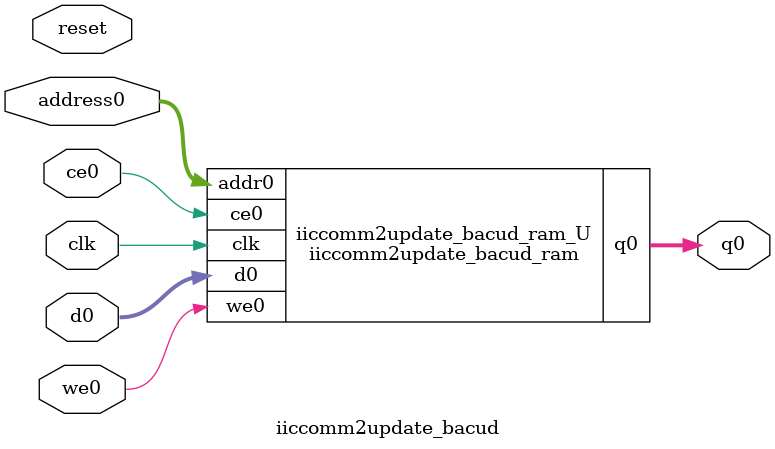
<source format=v>

`timescale 1 ns / 1 ps
module iiccomm2update_bacud_ram (addr0, ce0, d0, we0, q0,  clk);

parameter DWIDTH = 32;
parameter AWIDTH = 4;
parameter MEM_SIZE = 10;

input[AWIDTH-1:0] addr0;
input ce0;
input[DWIDTH-1:0] d0;
input we0;
output reg[DWIDTH-1:0] q0;
input clk;

(* ram_style = "distributed" *)reg [DWIDTH-1:0] ram[0:MEM_SIZE-1];




always @(posedge clk)  
begin 
    if (ce0) 
    begin
        if (we0) 
        begin 
            ram[addr0] <= d0; 
            q0 <= d0;
        end 
        else 
            q0 <= ram[addr0];
    end
end


endmodule


`timescale 1 ns / 1 ps
module iiccomm2update_bacud(
    reset,
    clk,
    address0,
    ce0,
    we0,
    d0,
    q0);

parameter DataWidth = 32'd32;
parameter AddressRange = 32'd10;
parameter AddressWidth = 32'd4;
input reset;
input clk;
input[AddressWidth - 1:0] address0;
input ce0;
input we0;
input[DataWidth - 1:0] d0;
output[DataWidth - 1:0] q0;



iiccomm2update_bacud_ram iiccomm2update_bacud_ram_U(
    .clk( clk ),
    .addr0( address0 ),
    .ce0( ce0 ),
    .d0( d0 ),
    .we0( we0 ),
    .q0( q0 ));

endmodule


</source>
